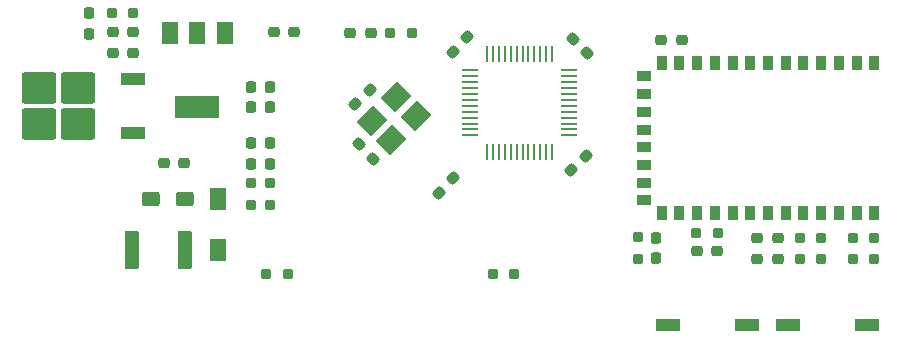
<source format=gbr>
%TF.GenerationSoftware,KiCad,Pcbnew,7.0.5*%
%TF.CreationDate,2023-07-07T02:12:31+07:00*%
%TF.ProjectId,snaaur_v1,736e6161-7572-45f7-9631-2e6b69636164,rev?*%
%TF.SameCoordinates,Original*%
%TF.FileFunction,Paste,Top*%
%TF.FilePolarity,Positive*%
%FSLAX46Y46*%
G04 Gerber Fmt 4.6, Leading zero omitted, Abs format (unit mm)*
G04 Created by KiCad (PCBNEW 7.0.5) date 2023-07-07 02:12:31*
%MOMM*%
%LPD*%
G01*
G04 APERTURE LIST*
G04 Aperture macros list*
%AMRoundRect*
0 Rectangle with rounded corners*
0 $1 Rounding radius*
0 $2 $3 $4 $5 $6 $7 $8 $9 X,Y pos of 4 corners*
0 Add a 4 corners polygon primitive as box body*
4,1,4,$2,$3,$4,$5,$6,$7,$8,$9,$2,$3,0*
0 Add four circle primitives for the rounded corners*
1,1,$1+$1,$2,$3*
1,1,$1+$1,$4,$5*
1,1,$1+$1,$6,$7*
1,1,$1+$1,$8,$9*
0 Add four rect primitives between the rounded corners*
20,1,$1+$1,$2,$3,$4,$5,0*
20,1,$1+$1,$4,$5,$6,$7,0*
20,1,$1+$1,$6,$7,$8,$9,0*
20,1,$1+$1,$8,$9,$2,$3,0*%
%AMRotRect*
0 Rectangle, with rotation*
0 The origin of the aperture is its center*
0 $1 length*
0 $2 width*
0 $3 Rotation angle, in degrees counterclockwise*
0 Add horizontal line*
21,1,$1,$2,0,0,$3*%
G04 Aperture macros list end*
%ADD10RoundRect,0.186700X-0.044194X-0.380070X0.380070X0.044194X0.044194X0.380070X-0.380070X-0.044194X0*%
%ADD11RoundRect,0.186700X-0.237500X0.250000X-0.237500X-0.250000X0.237500X-0.250000X0.237500X0.250000X0*%
%ADD12R,1.398400X1.988400*%
%ADD13RoundRect,0.186700X0.237500X-0.250000X0.237500X0.250000X-0.237500X0.250000X-0.237500X-0.250000X0*%
%ADD14RoundRect,0.186700X0.380070X-0.044194X-0.044194X0.380070X-0.380070X0.044194X0.044194X-0.380070X0*%
%ADD15RoundRect,0.199200X0.537500X0.425000X-0.537500X0.425000X-0.537500X-0.425000X0.537500X-0.425000X0*%
%ADD16RoundRect,0.186700X0.250000X0.237500X-0.250000X0.237500X-0.250000X-0.237500X0.250000X-0.237500X0*%
%ADD17R,1.398400X1.898400*%
%ADD18R,3.698400X1.898400*%
%ADD19RoundRect,0.186700X-0.250000X-0.237500X0.250000X-0.237500X0.250000X0.237500X-0.250000X0.237500X0*%
%ADD20R,2.058400X1.018400*%
%ADD21RoundRect,0.199200X-0.400000X-1.450000X0.400000X-1.450000X0.400000X1.450000X-0.400000X1.450000X0*%
%ADD22RoundRect,0.186700X-0.287500X-0.237500X0.287500X-0.237500X0.287500X0.237500X-0.287500X0.237500X0*%
%ADD23RoundRect,0.186700X-0.300000X-0.237500X0.300000X-0.237500X0.300000X0.237500X-0.300000X0.237500X0*%
%ADD24RoundRect,0.186700X0.044194X0.380070X-0.380070X-0.044194X-0.044194X-0.380070X0.380070X0.044194X0*%
%ADD25RoundRect,0.186700X0.237500X-0.287500X0.237500X0.287500X-0.237500X0.287500X-0.237500X-0.287500X0*%
%ADD26R,0.898400X1.198400*%
%ADD27R,1.198400X0.898400*%
%ADD28RoundRect,0.186700X-0.380070X0.044194X0.044194X-0.380070X0.380070X-0.044194X-0.044194X0.380070X0*%
%ADD29RoundRect,0.024200X-0.662500X-0.075000X0.662500X-0.075000X0.662500X0.075000X-0.662500X0.075000X0*%
%ADD30RoundRect,0.024200X-0.075000X-0.662500X0.075000X-0.662500X0.075000X0.662500X-0.075000X0.662500X0*%
%ADD31RotRect,1.998400X1.698400X225.000000*%
%ADD32RoundRect,0.186700X-0.237500X0.300000X-0.237500X-0.300000X0.237500X-0.300000X0.237500X0.300000X0*%
%ADD33RoundRect,0.186700X-0.237500X0.287500X-0.237500X-0.287500X0.237500X-0.287500X0.237500X0.287500X0*%
%ADD34RoundRect,0.186700X0.237500X-0.300000X0.237500X0.300000X-0.237500X0.300000X-0.237500X-0.300000X0*%
%ADD35RoundRect,0.199200X0.850000X0.350000X-0.850000X0.350000X-0.850000X-0.350000X0.850000X-0.350000X0*%
%ADD36RoundRect,0.199200X1.275000X1.125000X-1.275000X1.125000X-1.275000X-1.125000X1.275000X-1.125000X0*%
%ADD37RoundRect,0.186700X0.300000X0.237500X-0.300000X0.237500X-0.300000X-0.237500X0.300000X-0.237500X0*%
G04 APERTURE END LIST*
D10*
%TO.C,C11*%
X141932500Y-69812500D03*
X143152260Y-68592740D03*
%TD*%
D11*
%TO.C,R3*%
X165902000Y-81096000D03*
X165902000Y-82921000D03*
%TD*%
D12*
%TO.C,D1*%
X130264500Y-82133000D03*
X130264500Y-77873000D03*
%TD*%
D13*
%TO.C,R10*%
X133055500Y-78344750D03*
X133055500Y-76519750D03*
%TD*%
D14*
%TO.C,C9*%
X143427260Y-74437500D03*
X142207500Y-73217740D03*
%TD*%
D15*
%TO.C,C1*%
X127511500Y-77850000D03*
X124636500Y-77850000D03*
%TD*%
D16*
%TO.C,R21*%
X185864500Y-81146000D03*
X184039500Y-81146000D03*
%TD*%
D17*
%TO.C,U2*%
X130864000Y-63772000D03*
X128564000Y-63772000D03*
D18*
X128564000Y-70072000D03*
D17*
X126264000Y-63772000D03*
%TD*%
D19*
%TO.C,R16*%
X170791500Y-80772000D03*
X172616500Y-80772000D03*
%TD*%
D20*
%TO.C,NRST2*%
X185269000Y-88512000D03*
X178539000Y-88512000D03*
%TD*%
D16*
%TO.C,R6*%
X136212500Y-84200000D03*
X134387500Y-84200000D03*
%TD*%
%TO.C,R2*%
X146720632Y-63799522D03*
X144895632Y-63799522D03*
%TD*%
D21*
%TO.C,F1*%
X123037000Y-82162000D03*
X127487000Y-82162000D03*
%TD*%
D16*
%TO.C,R17*%
X181362500Y-81146000D03*
X179537500Y-81146000D03*
%TD*%
D22*
%TO.C,2V2*%
X175949000Y-81146000D03*
X177699000Y-81146000D03*
%TD*%
D23*
%TO.C,C15*%
X121391500Y-65517000D03*
X123116500Y-65517000D03*
%TD*%
D24*
%TO.C,C8*%
X161431880Y-74186120D03*
X160212120Y-75405880D03*
%TD*%
D16*
%TO.C,R7*%
X155387500Y-84200000D03*
X153562500Y-84200000D03*
%TD*%
D24*
%TO.C,C10*%
X150215880Y-76098120D03*
X148996120Y-77317880D03*
%TD*%
D22*
%TO.C,2V1*%
X170829000Y-82296000D03*
X172579000Y-82296000D03*
%TD*%
D25*
%TO.C,5V1*%
X119420000Y-63860000D03*
X119420000Y-62110000D03*
%TD*%
D26*
%TO.C,U4*%
X185875000Y-66370000D03*
X184375000Y-66370000D03*
X182875000Y-66370000D03*
X181375000Y-66370000D03*
X179875000Y-66370000D03*
X178375000Y-66370000D03*
X176875000Y-66370000D03*
X175375000Y-66370000D03*
X173875000Y-66370000D03*
X172375000Y-66370000D03*
X170875000Y-66370000D03*
X169375000Y-66370000D03*
X167875000Y-66370000D03*
D27*
X166375000Y-67470000D03*
X166375000Y-68970000D03*
X166375000Y-70470000D03*
X166375000Y-71970000D03*
X166375000Y-73470000D03*
X166375000Y-74970000D03*
X166375000Y-76470000D03*
X166375000Y-77970000D03*
D26*
X167875000Y-79070000D03*
X169375000Y-79070000D03*
X170875000Y-79070000D03*
X172375000Y-79070000D03*
X173875000Y-79070000D03*
X175375000Y-79070000D03*
X176875000Y-79070000D03*
X178375000Y-79070000D03*
X179875000Y-79070000D03*
X181375000Y-79070000D03*
X182875000Y-79070000D03*
X184375000Y-79070000D03*
X185875000Y-79070000D03*
%TD*%
D28*
%TO.C,C6*%
X160339120Y-64280120D03*
X161558880Y-65499880D03*
%TD*%
D29*
%TO.C,U3*%
X151678000Y-66966000D03*
X151678000Y-67466000D03*
X151678000Y-67966000D03*
X151678000Y-68466000D03*
X151678000Y-68966000D03*
X151678000Y-69466000D03*
X151678000Y-69966000D03*
X151678000Y-70466000D03*
X151678000Y-70966000D03*
X151678000Y-71466000D03*
X151678000Y-71966000D03*
X151678000Y-72466000D03*
D30*
X153090500Y-73878500D03*
X153590500Y-73878500D03*
X154090500Y-73878500D03*
X154590500Y-73878500D03*
X155090500Y-73878500D03*
X155590500Y-73878500D03*
X156090500Y-73878500D03*
X156590500Y-73878500D03*
X157090500Y-73878500D03*
X157590500Y-73878500D03*
X158090500Y-73878500D03*
X158590500Y-73878500D03*
D29*
X160003000Y-72466000D03*
X160003000Y-71966000D03*
X160003000Y-71466000D03*
X160003000Y-70966000D03*
X160003000Y-70466000D03*
X160003000Y-69966000D03*
X160003000Y-69466000D03*
X160003000Y-68966000D03*
X160003000Y-68466000D03*
X160003000Y-67966000D03*
X160003000Y-67466000D03*
X160003000Y-66966000D03*
D30*
X158590500Y-65553500D03*
X158090500Y-65553500D03*
X157590500Y-65553500D03*
X157090500Y-65553500D03*
X156590500Y-65553500D03*
X156090500Y-65553500D03*
X155590500Y-65553500D03*
X155090500Y-65553500D03*
X154590500Y-65553500D03*
X154090500Y-65553500D03*
X153590500Y-65553500D03*
X153090500Y-65553500D03*
%TD*%
D31*
%TO.C,Y1*%
X145404512Y-69189142D03*
X143353902Y-71239752D03*
X144980248Y-72866098D03*
X147030858Y-70815488D03*
%TD*%
D32*
%TO.C,C7*%
X167426000Y-81146000D03*
X167426000Y-82871000D03*
%TD*%
D33*
%TO.C,5V2*%
X134675000Y-73114250D03*
X134675000Y-74864250D03*
%TD*%
D23*
%TO.C,C2*%
X125719500Y-74802000D03*
X127444500Y-74802000D03*
%TD*%
D16*
%TO.C,R1*%
X123126500Y-62096000D03*
X121301500Y-62096000D03*
%TD*%
D13*
%TO.C,R8*%
X134675000Y-78344750D03*
X134675000Y-76519750D03*
%TD*%
D19*
%TO.C,R20*%
X184039500Y-82924000D03*
X185864500Y-82924000D03*
%TD*%
D22*
%TO.C,2V3*%
X175949000Y-82924000D03*
X177699000Y-82924000D03*
%TD*%
D23*
%TO.C,C3*%
X121391500Y-63739000D03*
X123116500Y-63739000D03*
%TD*%
D16*
%TO.C,R19*%
X181362500Y-82924000D03*
X179537500Y-82924000D03*
%TD*%
D23*
%TO.C,C14*%
X167833500Y-64382000D03*
X169558500Y-64382000D03*
%TD*%
D32*
%TO.C,C4*%
X133075000Y-68357500D03*
X133075000Y-70082500D03*
%TD*%
D20*
%TO.C,NRST1*%
X175109000Y-88512000D03*
X168379000Y-88512000D03*
%TD*%
D34*
%TO.C,C12*%
X134726000Y-70082500D03*
X134726000Y-68357500D03*
%TD*%
D33*
%TO.C,5V3*%
X133055500Y-73114250D03*
X133055500Y-74864250D03*
%TD*%
D10*
%TO.C,C5*%
X150179120Y-65372880D03*
X151398880Y-64153120D03*
%TD*%
D35*
%TO.C,U1*%
X123112000Y-72250000D03*
D36*
X118487000Y-71495000D03*
X118487000Y-68445000D03*
X115137000Y-71495000D03*
X115137000Y-68445000D03*
D35*
X123112000Y-67690000D03*
%TD*%
D22*
%TO.C,3V1*%
X141480632Y-63799522D03*
X143230632Y-63799522D03*
%TD*%
D37*
%TO.C,C13*%
X136741700Y-63720500D03*
X135016700Y-63720500D03*
%TD*%
M02*

</source>
